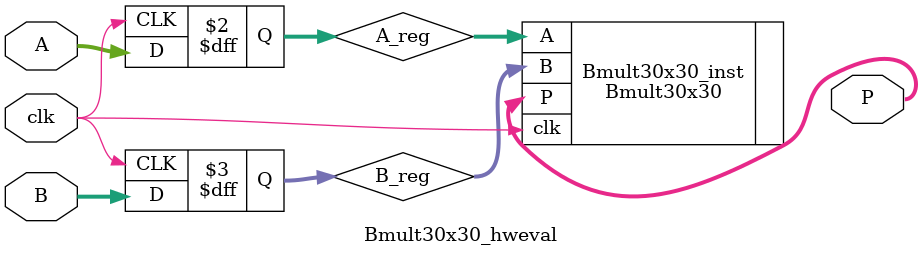
<source format=sv>
`timescale 1ns / 1ps

module Bmult30x30_hweval (
    input  logic          clk,
    input  logic [29 : 0] A,
    input  logic [29 : 0] B,
    output logic [59 : 0] P
    );

    logic [29 : 0] A_reg;
    logic [29 : 0] B_reg;

    always_ff @(posedge clk) begin
        A_reg <= A;
        B_reg <= B;
    end

    Bmult30x30 Bmult30x30_inst (
        .clk(clk  ),
        .A  (A_reg),
        .B  (B_reg),
        .P  (P    ));

endmodule
</source>
